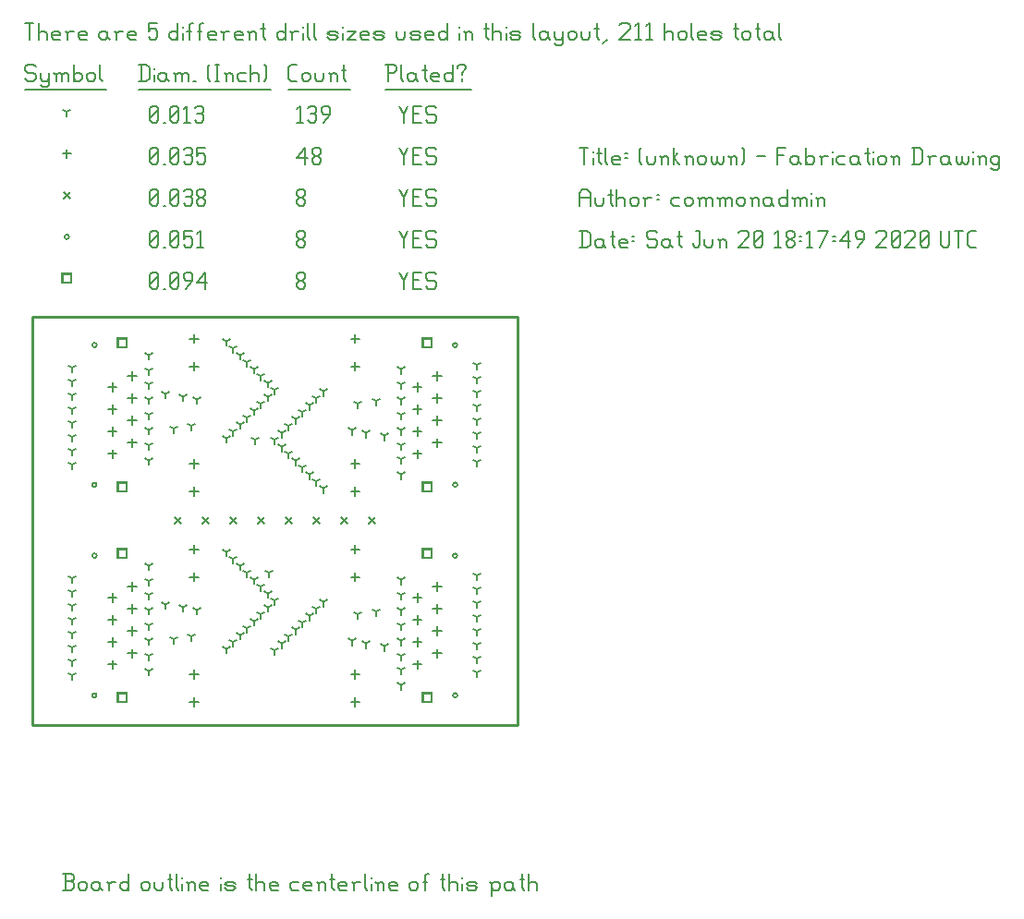
<source format=gbr>
G04 start of page 12 for group -3984 idx -3984 *
G04 Title: (unknown), fab *
G04 Creator: pcb 4.2.0 *
G04 CreationDate: Sat Jun 20 18:17:49 2020 UTC *
G04 For: commonadmin *
G04 Format: Gerber/RS-274X *
G04 PCB-Dimensions (mil): 2000.00 2000.00 *
G04 PCB-Coordinate-Origin: lower left *
%MOIN*%
%FSLAX25Y25*%
%LNFAB*%
%ADD64C,0.0100*%
%ADD63C,0.0075*%
%ADD62C,0.0060*%
%ADD61R,0.0080X0.0080*%
G54D61*X33400Y113569D02*X36600D01*
X33400D02*Y110369D01*
X36600D01*
Y113569D02*Y110369D01*
X33400Y61600D02*X36600D01*
X33400D02*Y58400D01*
X36600D01*
Y61600D02*Y58400D01*
X143400Y61600D02*X146600D01*
X143400D02*Y58400D01*
X146600D01*
Y61600D02*Y58400D01*
X143400Y113569D02*X146600D01*
X143400D02*Y110369D01*
X146600D01*
Y113569D02*Y110369D01*
X33400Y189569D02*X36600D01*
X33400D02*Y186369D01*
X36600D01*
Y189569D02*Y186369D01*
X33400Y137600D02*X36600D01*
X33400D02*Y134400D01*
X36600D01*
Y137600D02*Y134400D01*
X143400Y137600D02*X146600D01*
X143400D02*Y134400D01*
X146600D01*
Y137600D02*Y134400D01*
X143400Y189569D02*X146600D01*
X143400D02*Y186369D01*
X146600D01*
Y189569D02*Y186369D01*
X13400Y212850D02*X16600D01*
X13400D02*Y209650D01*
X16600D01*
Y212850D02*Y209650D01*
G54D62*X135000Y213500D02*X136500Y210500D01*
X138000Y213500D01*
X136500Y210500D02*Y207500D01*
X139800Y210800D02*X142050D01*
X139800Y207500D02*X142800D01*
X139800Y213500D02*Y207500D01*
Y213500D02*X142800D01*
X147600D02*X148350Y212750D01*
X145350Y213500D02*X147600D01*
X144600Y212750D02*X145350Y213500D01*
X144600Y212750D02*Y211250D01*
X145350Y210500D01*
X147600D01*
X148350Y209750D01*
Y208250D01*
X147600Y207500D02*X148350Y208250D01*
X145350Y207500D02*X147600D01*
X144600Y208250D02*X145350Y207500D01*
X98000Y208250D02*X98750Y207500D01*
X98000Y209450D02*Y208250D01*
Y209450D02*X99050Y210500D01*
X99950D01*
X101000Y209450D01*
Y208250D01*
X100250Y207500D02*X101000Y208250D01*
X98750Y207500D02*X100250D01*
X98000Y211550D02*X99050Y210500D01*
X98000Y212750D02*Y211550D01*
Y212750D02*X98750Y213500D01*
X100250D01*
X101000Y212750D01*
Y211550D01*
X99950Y210500D02*X101000Y211550D01*
X45000Y208250D02*X45750Y207500D01*
X45000Y212750D02*Y208250D01*
Y212750D02*X45750Y213500D01*
X47250D01*
X48000Y212750D01*
Y208250D01*
X47250Y207500D02*X48000Y208250D01*
X45750Y207500D02*X47250D01*
X45000Y209000D02*X48000Y212000D01*
X49800Y207500D02*X50550D01*
X52350Y208250D02*X53100Y207500D01*
X52350Y212750D02*Y208250D01*
Y212750D02*X53100Y213500D01*
X54600D01*
X55350Y212750D01*
Y208250D01*
X54600Y207500D02*X55350Y208250D01*
X53100Y207500D02*X54600D01*
X52350Y209000D02*X55350Y212000D01*
X57900Y207500D02*X60150Y210500D01*
Y212750D02*Y210500D01*
X59400Y213500D02*X60150Y212750D01*
X57900Y213500D02*X59400D01*
X57150Y212750D02*X57900Y213500D01*
X57150Y212750D02*Y211250D01*
X57900Y210500D01*
X60150D01*
X61950Y209750D02*X64950Y213500D01*
X61950Y209750D02*X65700D01*
X64950Y213500D02*Y207500D01*
X24161Y60787D02*G75*G03X25761Y60787I800J0D01*G01*
G75*G03X24161Y60787I-800J0D01*G01*
Y111181D02*G75*G03X25761Y111181I800J0D01*G01*
G75*G03X24161Y111181I-800J0D01*G01*
X154239D02*G75*G03X155839Y111181I800J0D01*G01*
G75*G03X154239Y111181I-800J0D01*G01*
Y60787D02*G75*G03X155839Y60787I800J0D01*G01*
G75*G03X154239Y60787I-800J0D01*G01*
X24161Y136787D02*G75*G03X25761Y136787I800J0D01*G01*
G75*G03X24161Y136787I-800J0D01*G01*
Y187181D02*G75*G03X25761Y187181I800J0D01*G01*
G75*G03X24161Y187181I-800J0D01*G01*
X154239D02*G75*G03X155839Y187181I800J0D01*G01*
G75*G03X154239Y187181I-800J0D01*G01*
Y136787D02*G75*G03X155839Y136787I800J0D01*G01*
G75*G03X154239Y136787I-800J0D01*G01*
X14200Y226250D02*G75*G03X15800Y226250I800J0D01*G01*
G75*G03X14200Y226250I-800J0D01*G01*
X135000Y228500D02*X136500Y225500D01*
X138000Y228500D01*
X136500Y225500D02*Y222500D01*
X139800Y225800D02*X142050D01*
X139800Y222500D02*X142800D01*
X139800Y228500D02*Y222500D01*
Y228500D02*X142800D01*
X147600D02*X148350Y227750D01*
X145350Y228500D02*X147600D01*
X144600Y227750D02*X145350Y228500D01*
X144600Y227750D02*Y226250D01*
X145350Y225500D01*
X147600D01*
X148350Y224750D01*
Y223250D01*
X147600Y222500D02*X148350Y223250D01*
X145350Y222500D02*X147600D01*
X144600Y223250D02*X145350Y222500D01*
X98000Y223250D02*X98750Y222500D01*
X98000Y224450D02*Y223250D01*
Y224450D02*X99050Y225500D01*
X99950D01*
X101000Y224450D01*
Y223250D01*
X100250Y222500D02*X101000Y223250D01*
X98750Y222500D02*X100250D01*
X98000Y226550D02*X99050Y225500D01*
X98000Y227750D02*Y226550D01*
Y227750D02*X98750Y228500D01*
X100250D01*
X101000Y227750D01*
Y226550D01*
X99950Y225500D02*X101000Y226550D01*
X45000Y223250D02*X45750Y222500D01*
X45000Y227750D02*Y223250D01*
Y227750D02*X45750Y228500D01*
X47250D01*
X48000Y227750D01*
Y223250D01*
X47250Y222500D02*X48000Y223250D01*
X45750Y222500D02*X47250D01*
X45000Y224000D02*X48000Y227000D01*
X49800Y222500D02*X50550D01*
X52350Y223250D02*X53100Y222500D01*
X52350Y227750D02*Y223250D01*
Y227750D02*X53100Y228500D01*
X54600D01*
X55350Y227750D01*
Y223250D01*
X54600Y222500D02*X55350Y223250D01*
X53100Y222500D02*X54600D01*
X52350Y224000D02*X55350Y227000D01*
X57150Y228500D02*X60150D01*
X57150D02*Y225500D01*
X57900Y226250D01*
X59400D01*
X60150Y225500D01*
Y223250D01*
X59400Y222500D02*X60150Y223250D01*
X57900Y222500D02*X59400D01*
X57150Y223250D02*X57900Y222500D01*
X61950Y227300D02*X63150Y228500D01*
Y222500D01*
X61950D02*X64200D01*
X53800Y125200D02*X56200Y122800D01*
X53800D02*X56200Y125200D01*
X63800D02*X66200Y122800D01*
X63800D02*X66200Y125200D01*
X73800D02*X76200Y122800D01*
X73800D02*X76200Y125200D01*
X83800D02*X86200Y122800D01*
X83800D02*X86200Y125200D01*
X93800D02*X96200Y122800D01*
X93800D02*X96200Y125200D01*
X103800D02*X106200Y122800D01*
X103800D02*X106200Y125200D01*
X113800D02*X116200Y122800D01*
X113800D02*X116200Y125200D01*
X123800D02*X126200Y122800D01*
X123800D02*X126200Y125200D01*
X13800Y242450D02*X16200Y240050D01*
X13800D02*X16200Y242450D01*
X135000Y243500D02*X136500Y240500D01*
X138000Y243500D01*
X136500Y240500D02*Y237500D01*
X139800Y240800D02*X142050D01*
X139800Y237500D02*X142800D01*
X139800Y243500D02*Y237500D01*
Y243500D02*X142800D01*
X147600D02*X148350Y242750D01*
X145350Y243500D02*X147600D01*
X144600Y242750D02*X145350Y243500D01*
X144600Y242750D02*Y241250D01*
X145350Y240500D01*
X147600D01*
X148350Y239750D01*
Y238250D01*
X147600Y237500D02*X148350Y238250D01*
X145350Y237500D02*X147600D01*
X144600Y238250D02*X145350Y237500D01*
X98000Y238250D02*X98750Y237500D01*
X98000Y239450D02*Y238250D01*
Y239450D02*X99050Y240500D01*
X99950D01*
X101000Y239450D01*
Y238250D01*
X100250Y237500D02*X101000Y238250D01*
X98750Y237500D02*X100250D01*
X98000Y241550D02*X99050Y240500D01*
X98000Y242750D02*Y241550D01*
Y242750D02*X98750Y243500D01*
X100250D01*
X101000Y242750D01*
Y241550D01*
X99950Y240500D02*X101000Y241550D01*
X45000Y238250D02*X45750Y237500D01*
X45000Y242750D02*Y238250D01*
Y242750D02*X45750Y243500D01*
X47250D01*
X48000Y242750D01*
Y238250D01*
X47250Y237500D02*X48000Y238250D01*
X45750Y237500D02*X47250D01*
X45000Y239000D02*X48000Y242000D01*
X49800Y237500D02*X50550D01*
X52350Y238250D02*X53100Y237500D01*
X52350Y242750D02*Y238250D01*
Y242750D02*X53100Y243500D01*
X54600D01*
X55350Y242750D01*
Y238250D01*
X54600Y237500D02*X55350Y238250D01*
X53100Y237500D02*X54600D01*
X52350Y239000D02*X55350Y242000D01*
X57150Y242750D02*X57900Y243500D01*
X59400D01*
X60150Y242750D01*
X59400Y237500D02*X60150Y238250D01*
X57900Y237500D02*X59400D01*
X57150Y238250D02*X57900Y237500D01*
Y240800D02*X59400D01*
X60150Y242750D02*Y241550D01*
Y240050D02*Y238250D01*
Y240050D02*X59400Y240800D01*
X60150Y241550D02*X59400Y240800D01*
X61950Y238250D02*X62700Y237500D01*
X61950Y239450D02*Y238250D01*
Y239450D02*X63000Y240500D01*
X63900D01*
X64950Y239450D01*
Y238250D01*
X64200Y237500D02*X64950Y238250D01*
X62700Y237500D02*X64200D01*
X61950Y241550D02*X63000Y240500D01*
X61950Y242750D02*Y241550D01*
Y242750D02*X62700Y243500D01*
X64200D01*
X64950Y242750D01*
Y241550D01*
X63900Y240500D02*X64950Y241550D01*
X60984Y105104D02*Y101904D01*
X59384Y103504D02*X62584D01*
X60984Y70065D02*Y66865D01*
X59384Y68465D02*X62584D01*
X60984Y115143D02*Y111943D01*
X59384Y113543D02*X62584D01*
X60984Y60025D02*Y56825D01*
X59384Y58425D02*X62584D01*
X38543Y101639D02*Y98439D01*
X36943Y100039D02*X40143D01*
X38543Y93608D02*Y90408D01*
X36943Y92008D02*X40143D01*
X38543Y77545D02*Y74345D01*
X36943Y75945D02*X40143D01*
X38543Y85576D02*Y82376D01*
X36943Y83976D02*X40143D01*
X31457Y73529D02*Y70329D01*
X29857Y71929D02*X33057D01*
X31457Y81561D02*Y78361D01*
X29857Y79961D02*X33057D01*
X31457Y97624D02*Y94424D01*
X29857Y96024D02*X33057D01*
X31457Y89592D02*Y86392D01*
X29857Y87992D02*X33057D01*
X119016Y70065D02*Y66865D01*
X117416Y68465D02*X120616D01*
X119016Y105104D02*Y101904D01*
X117416Y103504D02*X120616D01*
X119016Y60025D02*Y56825D01*
X117416Y58425D02*X120616D01*
X119016Y115143D02*Y111943D01*
X117416Y113543D02*X120616D01*
X141457Y73529D02*Y70329D01*
X139857Y71929D02*X143057D01*
X141457Y81561D02*Y78361D01*
X139857Y79961D02*X143057D01*
X141457Y97624D02*Y94424D01*
X139857Y96024D02*X143057D01*
X141457Y89592D02*Y86392D01*
X139857Y87992D02*X143057D01*
X148543Y101639D02*Y98439D01*
X146943Y100039D02*X150143D01*
X148543Y93608D02*Y90408D01*
X146943Y92008D02*X150143D01*
X148543Y77545D02*Y74345D01*
X146943Y75945D02*X150143D01*
X148543Y85576D02*Y82376D01*
X146943Y83976D02*X150143D01*
X60984Y181104D02*Y177904D01*
X59384Y179504D02*X62584D01*
X60984Y146065D02*Y142865D01*
X59384Y144465D02*X62584D01*
X60984Y191143D02*Y187943D01*
X59384Y189543D02*X62584D01*
X60984Y136025D02*Y132825D01*
X59384Y134425D02*X62584D01*
X38543Y177639D02*Y174439D01*
X36943Y176039D02*X40143D01*
X38543Y169608D02*Y166408D01*
X36943Y168008D02*X40143D01*
X38543Y153545D02*Y150345D01*
X36943Y151945D02*X40143D01*
X38543Y161576D02*Y158376D01*
X36943Y159976D02*X40143D01*
X31457Y149529D02*Y146329D01*
X29857Y147929D02*X33057D01*
X31457Y157561D02*Y154361D01*
X29857Y155961D02*X33057D01*
X31457Y173624D02*Y170424D01*
X29857Y172024D02*X33057D01*
X31457Y165592D02*Y162392D01*
X29857Y163992D02*X33057D01*
X119016Y146065D02*Y142865D01*
X117416Y144465D02*X120616D01*
X119016Y181104D02*Y177904D01*
X117416Y179504D02*X120616D01*
X119016Y136025D02*Y132825D01*
X117416Y134425D02*X120616D01*
X119016Y191143D02*Y187943D01*
X117416Y189543D02*X120616D01*
X141457Y149529D02*Y146329D01*
X139857Y147929D02*X143057D01*
X141457Y157561D02*Y154361D01*
X139857Y155961D02*X143057D01*
X141457Y173624D02*Y170424D01*
X139857Y172024D02*X143057D01*
X141457Y165592D02*Y162392D01*
X139857Y163992D02*X143057D01*
X148543Y177639D02*Y174439D01*
X146943Y176039D02*X150143D01*
X148543Y169608D02*Y166408D01*
X146943Y168008D02*X150143D01*
X148543Y153545D02*Y150345D01*
X146943Y151945D02*X150143D01*
X148543Y161576D02*Y158376D01*
X146943Y159976D02*X150143D01*
X15000Y257850D02*Y254650D01*
X13400Y256250D02*X16600D01*
X135000Y258500D02*X136500Y255500D01*
X138000Y258500D01*
X136500Y255500D02*Y252500D01*
X139800Y255800D02*X142050D01*
X139800Y252500D02*X142800D01*
X139800Y258500D02*Y252500D01*
Y258500D02*X142800D01*
X147600D02*X148350Y257750D01*
X145350Y258500D02*X147600D01*
X144600Y257750D02*X145350Y258500D01*
X144600Y257750D02*Y256250D01*
X145350Y255500D01*
X147600D01*
X148350Y254750D01*
Y253250D01*
X147600Y252500D02*X148350Y253250D01*
X145350Y252500D02*X147600D01*
X144600Y253250D02*X145350Y252500D01*
X98000Y254750D02*X101000Y258500D01*
X98000Y254750D02*X101750D01*
X101000Y258500D02*Y252500D01*
X103550Y253250D02*X104300Y252500D01*
X103550Y254450D02*Y253250D01*
Y254450D02*X104600Y255500D01*
X105500D01*
X106550Y254450D01*
Y253250D01*
X105800Y252500D02*X106550Y253250D01*
X104300Y252500D02*X105800D01*
X103550Y256550D02*X104600Y255500D01*
X103550Y257750D02*Y256550D01*
Y257750D02*X104300Y258500D01*
X105800D01*
X106550Y257750D01*
Y256550D01*
X105500Y255500D02*X106550Y256550D01*
X45000Y253250D02*X45750Y252500D01*
X45000Y257750D02*Y253250D01*
Y257750D02*X45750Y258500D01*
X47250D01*
X48000Y257750D01*
Y253250D01*
X47250Y252500D02*X48000Y253250D01*
X45750Y252500D02*X47250D01*
X45000Y254000D02*X48000Y257000D01*
X49800Y252500D02*X50550D01*
X52350Y253250D02*X53100Y252500D01*
X52350Y257750D02*Y253250D01*
Y257750D02*X53100Y258500D01*
X54600D01*
X55350Y257750D01*
Y253250D01*
X54600Y252500D02*X55350Y253250D01*
X53100Y252500D02*X54600D01*
X52350Y254000D02*X55350Y257000D01*
X57150Y257750D02*X57900Y258500D01*
X59400D01*
X60150Y257750D01*
X59400Y252500D02*X60150Y253250D01*
X57900Y252500D02*X59400D01*
X57150Y253250D02*X57900Y252500D01*
Y255800D02*X59400D01*
X60150Y257750D02*Y256550D01*
Y255050D02*Y253250D01*
Y255050D02*X59400Y255800D01*
X60150Y256550D02*X59400Y255800D01*
X61950Y258500D02*X64950D01*
X61950D02*Y255500D01*
X62700Y256250D01*
X64200D01*
X64950Y255500D01*
Y253250D01*
X64200Y252500D02*X64950Y253250D01*
X62700Y252500D02*X64200D01*
X61950Y253250D02*X62700Y252500D01*
X50500Y93500D02*Y91900D01*
Y93500D02*X51887Y94300D01*
X50500Y93500D02*X49113Y94300D01*
X44500Y69500D02*Y67900D01*
Y69500D02*X45887Y70300D01*
X44500Y69500D02*X43113Y70300D01*
X44500Y75000D02*Y73400D01*
Y75000D02*X45887Y75800D01*
X44500Y75000D02*X43113Y75800D01*
X44500Y80500D02*Y78900D01*
Y80500D02*X45887Y81300D01*
X44500Y80500D02*X43113Y81300D01*
X44500Y86000D02*Y84400D01*
Y86000D02*X45887Y86800D01*
X44500Y86000D02*X43113Y86800D01*
X44500Y91500D02*Y89900D01*
Y91500D02*X45887Y92300D01*
X44500Y91500D02*X43113Y92300D01*
X44500Y97000D02*Y95400D01*
Y97000D02*X45887Y97800D01*
X44500Y97000D02*X43113Y97800D01*
X44500Y102000D02*Y100400D01*
Y102000D02*X45887Y102800D01*
X44500Y102000D02*X43113Y102800D01*
X44500Y107500D02*Y105900D01*
Y107500D02*X45887Y108300D01*
X44500Y107500D02*X43113Y108300D01*
X57000Y92500D02*Y90900D01*
Y92500D02*X58387Y93300D01*
X57000Y92500D02*X55613Y93300D01*
X53500Y81000D02*Y79400D01*
Y81000D02*X54887Y81800D01*
X53500Y81000D02*X52113Y81800D01*
X60000Y82000D02*Y80400D01*
Y82000D02*X61387Y82800D01*
X60000Y82000D02*X58613Y82800D01*
X90000Y95000D02*Y93400D01*
Y95000D02*X91387Y95800D01*
X90000Y95000D02*X88613Y95800D01*
X87500Y92500D02*Y90900D01*
Y92500D02*X88887Y93300D01*
X87500Y92500D02*X86113Y93300D01*
X85000Y90000D02*Y88400D01*
Y90000D02*X86387Y90800D01*
X85000Y90000D02*X83613Y90800D01*
X82500Y87500D02*Y85900D01*
Y87500D02*X83887Y88300D01*
X82500Y87500D02*X81113Y88300D01*
X80000Y85000D02*Y83400D01*
Y85000D02*X81387Y85800D01*
X80000Y85000D02*X78613Y85800D01*
X77500Y82500D02*Y80900D01*
Y82500D02*X78887Y83300D01*
X77500Y82500D02*X76113Y83300D01*
X75000Y80000D02*Y78400D01*
Y80000D02*X76387Y80800D01*
X75000Y80000D02*X73613Y80800D01*
X62000Y91500D02*Y89900D01*
Y91500D02*X63387Y92300D01*
X62000Y91500D02*X60613Y92300D01*
X72500Y77500D02*Y75900D01*
Y77500D02*X73887Y78300D01*
X72500Y77500D02*X71113Y78300D01*
X87500Y97500D02*Y95900D01*
Y97500D02*X88887Y98300D01*
X87500Y97500D02*X86113Y98300D01*
X85000Y100000D02*Y98400D01*
Y100000D02*X86387Y100800D01*
X85000Y100000D02*X83613Y100800D01*
X82500Y102500D02*Y100900D01*
Y102500D02*X83887Y103300D01*
X82500Y102500D02*X81113Y103300D01*
X80000Y105000D02*Y103400D01*
Y105000D02*X81387Y105800D01*
X80000Y105000D02*X78613Y105800D01*
X77500Y107500D02*Y105900D01*
Y107500D02*X78887Y108300D01*
X77500Y107500D02*X76113Y108300D01*
X75000Y110000D02*Y108400D01*
Y110000D02*X76387Y110800D01*
X75000Y110000D02*X73613Y110800D01*
X72500Y112500D02*Y110900D01*
Y112500D02*X73887Y113300D01*
X72500Y112500D02*X71113Y113300D01*
X17000Y68000D02*Y66400D01*
Y68000D02*X18387Y68800D01*
X17000Y68000D02*X15613Y68800D01*
X17000Y73000D02*Y71400D01*
Y73000D02*X18387Y73800D01*
X17000Y73000D02*X15613Y73800D01*
X17000Y78000D02*Y76400D01*
Y78000D02*X18387Y78800D01*
X17000Y78000D02*X15613Y78800D01*
X17000Y83000D02*Y81400D01*
Y83000D02*X18387Y83800D01*
X17000Y83000D02*X15613Y83800D01*
X17000Y88000D02*Y86400D01*
Y88000D02*X18387Y88800D01*
X17000Y88000D02*X15613Y88800D01*
X17000Y93000D02*Y91400D01*
Y93000D02*X18387Y93800D01*
X17000Y93000D02*X15613Y93800D01*
X17000Y98000D02*Y96400D01*
Y98000D02*X18387Y98800D01*
X17000Y98000D02*X15613Y98800D01*
X17000Y103000D02*Y101400D01*
Y103000D02*X18387Y103800D01*
X17000Y103000D02*X15613Y103800D01*
X129500Y78469D02*Y76869D01*
Y78469D02*X130887Y79269D01*
X129500Y78469D02*X128113Y79269D01*
X135500Y102469D02*Y100869D01*
Y102469D02*X136887Y103269D01*
X135500Y102469D02*X134113Y103269D01*
X135500Y96969D02*Y95369D01*
Y96969D02*X136887Y97769D01*
X135500Y96969D02*X134113Y97769D01*
X135500Y91469D02*Y89869D01*
Y91469D02*X136887Y92269D01*
X135500Y91469D02*X134113Y92269D01*
X135500Y85969D02*Y84369D01*
Y85969D02*X136887Y86769D01*
X135500Y85969D02*X134113Y86769D01*
X135500Y80469D02*Y78869D01*
Y80469D02*X136887Y81269D01*
X135500Y80469D02*X134113Y81269D01*
X135500Y74969D02*Y73369D01*
Y74969D02*X136887Y75769D01*
X135500Y74969D02*X134113Y75769D01*
X135500Y69969D02*Y68369D01*
Y69969D02*X136887Y70769D01*
X135500Y69969D02*X134113Y70769D01*
X135500Y64469D02*Y62869D01*
Y64469D02*X136887Y65269D01*
X135500Y64469D02*X134113Y65269D01*
X123000Y79469D02*Y77869D01*
Y79469D02*X124387Y80269D01*
X123000Y79469D02*X121613Y80269D01*
X126500Y90969D02*Y89369D01*
Y90969D02*X127887Y91769D01*
X126500Y90969D02*X125113Y91769D01*
X120000Y89969D02*Y88369D01*
Y89969D02*X121387Y90769D01*
X120000Y89969D02*X118613Y90769D01*
X90000Y76969D02*Y75369D01*
Y76969D02*X91387Y77769D01*
X90000Y76969D02*X88613Y77769D01*
X92500Y79469D02*Y77869D01*
Y79469D02*X93887Y80269D01*
X92500Y79469D02*X91113Y80269D01*
X95000Y81969D02*Y80369D01*
Y81969D02*X96387Y82769D01*
X95000Y81969D02*X93613Y82769D01*
X97500Y84469D02*Y82869D01*
Y84469D02*X98887Y85269D01*
X97500Y84469D02*X96113Y85269D01*
X100000Y86969D02*Y85369D01*
Y86969D02*X101387Y87769D01*
X100000Y86969D02*X98613Y87769D01*
X102500Y89469D02*Y87869D01*
Y89469D02*X103887Y90269D01*
X102500Y89469D02*X101113Y90269D01*
X105000Y91969D02*Y90369D01*
Y91969D02*X106387Y92769D01*
X105000Y91969D02*X103613Y92769D01*
X118000Y80469D02*Y78869D01*
Y80469D02*X119387Y81269D01*
X118000Y80469D02*X116613Y81269D01*
X107500Y94469D02*Y92869D01*
Y94469D02*X108887Y95269D01*
X107500Y94469D02*X106113Y95269D01*
X163000Y103969D02*Y102369D01*
Y103969D02*X164387Y104769D01*
X163000Y103969D02*X161613Y104769D01*
X163000Y98969D02*Y97369D01*
Y98969D02*X164387Y99769D01*
X163000Y98969D02*X161613Y99769D01*
X163000Y93969D02*Y92369D01*
Y93969D02*X164387Y94769D01*
X163000Y93969D02*X161613Y94769D01*
X163000Y88969D02*Y87369D01*
Y88969D02*X164387Y89769D01*
X163000Y88969D02*X161613Y89769D01*
X163000Y83969D02*Y82369D01*
Y83969D02*X164387Y84769D01*
X163000Y83969D02*X161613Y84769D01*
X163000Y78969D02*Y77369D01*
Y78969D02*X164387Y79769D01*
X163000Y78969D02*X161613Y79769D01*
X163000Y73969D02*Y72369D01*
Y73969D02*X164387Y74769D01*
X163000Y73969D02*X161613Y74769D01*
X163000Y68969D02*Y67369D01*
Y68969D02*X164387Y69769D01*
X163000Y68969D02*X161613Y69769D01*
X50500Y169500D02*Y167900D01*
Y169500D02*X51887Y170300D01*
X50500Y169500D02*X49113Y170300D01*
X44500Y145500D02*Y143900D01*
Y145500D02*X45887Y146300D01*
X44500Y145500D02*X43113Y146300D01*
X44500Y151000D02*Y149400D01*
Y151000D02*X45887Y151800D01*
X44500Y151000D02*X43113Y151800D01*
X44500Y156500D02*Y154900D01*
Y156500D02*X45887Y157300D01*
X44500Y156500D02*X43113Y157300D01*
X44500Y162000D02*Y160400D01*
Y162000D02*X45887Y162800D01*
X44500Y162000D02*X43113Y162800D01*
X44500Y167500D02*Y165900D01*
Y167500D02*X45887Y168300D01*
X44500Y167500D02*X43113Y168300D01*
X44500Y173000D02*Y171400D01*
Y173000D02*X45887Y173800D01*
X44500Y173000D02*X43113Y173800D01*
X44500Y178000D02*Y176400D01*
Y178000D02*X45887Y178800D01*
X44500Y178000D02*X43113Y178800D01*
X44500Y183500D02*Y181900D01*
Y183500D02*X45887Y184300D01*
X44500Y183500D02*X43113Y184300D01*
X57000Y168500D02*Y166900D01*
Y168500D02*X58387Y169300D01*
X57000Y168500D02*X55613Y169300D01*
X53500Y157000D02*Y155400D01*
Y157000D02*X54887Y157800D01*
X53500Y157000D02*X52113Y157800D01*
X60000Y158000D02*Y156400D01*
Y158000D02*X61387Y158800D01*
X60000Y158000D02*X58613Y158800D01*
X90000Y171000D02*Y169400D01*
Y171000D02*X91387Y171800D01*
X90000Y171000D02*X88613Y171800D01*
X87500Y168500D02*Y166900D01*
Y168500D02*X88887Y169300D01*
X87500Y168500D02*X86113Y169300D01*
X85000Y166000D02*Y164400D01*
Y166000D02*X86387Y166800D01*
X85000Y166000D02*X83613Y166800D01*
X82500Y163500D02*Y161900D01*
Y163500D02*X83887Y164300D01*
X82500Y163500D02*X81113Y164300D01*
X80000Y161000D02*Y159400D01*
Y161000D02*X81387Y161800D01*
X80000Y161000D02*X78613Y161800D01*
X77500Y158500D02*Y156900D01*
Y158500D02*X78887Y159300D01*
X77500Y158500D02*X76113Y159300D01*
X75000Y156000D02*Y154400D01*
Y156000D02*X76387Y156800D01*
X75000Y156000D02*X73613Y156800D01*
X62000Y167500D02*Y165900D01*
Y167500D02*X63387Y168300D01*
X62000Y167500D02*X60613Y168300D01*
X72500Y153500D02*Y151900D01*
Y153500D02*X73887Y154300D01*
X72500Y153500D02*X71113Y154300D01*
X87500Y173500D02*Y171900D01*
Y173500D02*X88887Y174300D01*
X87500Y173500D02*X86113Y174300D01*
X85000Y176000D02*Y174400D01*
Y176000D02*X86387Y176800D01*
X85000Y176000D02*X83613Y176800D01*
X82500Y178500D02*Y176900D01*
Y178500D02*X83887Y179300D01*
X82500Y178500D02*X81113Y179300D01*
X80000Y181000D02*Y179400D01*
Y181000D02*X81387Y181800D01*
X80000Y181000D02*X78613Y181800D01*
X77500Y183500D02*Y181900D01*
Y183500D02*X78887Y184300D01*
X77500Y183500D02*X76113Y184300D01*
X75000Y186000D02*Y184400D01*
Y186000D02*X76387Y186800D01*
X75000Y186000D02*X73613Y186800D01*
X72500Y188500D02*Y186900D01*
Y188500D02*X73887Y189300D01*
X72500Y188500D02*X71113Y189300D01*
X17000Y144000D02*Y142400D01*
Y144000D02*X18387Y144800D01*
X17000Y144000D02*X15613Y144800D01*
X17000Y149000D02*Y147400D01*
Y149000D02*X18387Y149800D01*
X17000Y149000D02*X15613Y149800D01*
X17000Y154000D02*Y152400D01*
Y154000D02*X18387Y154800D01*
X17000Y154000D02*X15613Y154800D01*
X17000Y159000D02*Y157400D01*
Y159000D02*X18387Y159800D01*
X17000Y159000D02*X15613Y159800D01*
X17000Y164000D02*Y162400D01*
Y164000D02*X18387Y164800D01*
X17000Y164000D02*X15613Y164800D01*
X17000Y169000D02*Y167400D01*
Y169000D02*X18387Y169800D01*
X17000Y169000D02*X15613Y169800D01*
X17000Y174000D02*Y172400D01*
Y174000D02*X18387Y174800D01*
X17000Y174000D02*X15613Y174800D01*
X17000Y179000D02*Y177400D01*
Y179000D02*X18387Y179800D01*
X17000Y179000D02*X15613Y179800D01*
X129500Y154469D02*Y152869D01*
Y154469D02*X130887Y155269D01*
X129500Y154469D02*X128113Y155269D01*
X135500Y178469D02*Y176869D01*
Y178469D02*X136887Y179269D01*
X135500Y178469D02*X134113Y179269D01*
X135500Y172969D02*Y171369D01*
Y172969D02*X136887Y173769D01*
X135500Y172969D02*X134113Y173769D01*
X135500Y167469D02*Y165869D01*
Y167469D02*X136887Y168269D01*
X135500Y167469D02*X134113Y168269D01*
X135500Y161969D02*Y160369D01*
Y161969D02*X136887Y162769D01*
X135500Y161969D02*X134113Y162769D01*
X135500Y156469D02*Y154869D01*
Y156469D02*X136887Y157269D01*
X135500Y156469D02*X134113Y157269D01*
X135500Y150969D02*Y149369D01*
Y150969D02*X136887Y151769D01*
X135500Y150969D02*X134113Y151769D01*
X135500Y145969D02*Y144369D01*
Y145969D02*X136887Y146769D01*
X135500Y145969D02*X134113Y146769D01*
X135500Y140469D02*Y138869D01*
Y140469D02*X136887Y141269D01*
X135500Y140469D02*X134113Y141269D01*
X123000Y155469D02*Y153869D01*
Y155469D02*X124387Y156269D01*
X123000Y155469D02*X121613Y156269D01*
X126500Y166969D02*Y165369D01*
Y166969D02*X127887Y167769D01*
X126500Y166969D02*X125113Y167769D01*
X120000Y165969D02*Y164369D01*
Y165969D02*X121387Y166769D01*
X120000Y165969D02*X118613Y166769D01*
X90000Y152969D02*Y151369D01*
Y152969D02*X91387Y153769D01*
X90000Y152969D02*X88613Y153769D01*
X92500Y155469D02*Y153869D01*
Y155469D02*X93887Y156269D01*
X92500Y155469D02*X91113Y156269D01*
X95000Y157969D02*Y156369D01*
Y157969D02*X96387Y158769D01*
X95000Y157969D02*X93613Y158769D01*
X97500Y160469D02*Y158869D01*
Y160469D02*X98887Y161269D01*
X97500Y160469D02*X96113Y161269D01*
X100000Y162969D02*Y161369D01*
Y162969D02*X101387Y163769D01*
X100000Y162969D02*X98613Y163769D01*
X102500Y165469D02*Y163869D01*
Y165469D02*X103887Y166269D01*
X102500Y165469D02*X101113Y166269D01*
X105000Y167969D02*Y166369D01*
Y167969D02*X106387Y168769D01*
X105000Y167969D02*X103613Y168769D01*
X118000Y156469D02*Y154869D01*
Y156469D02*X119387Y157269D01*
X118000Y156469D02*X116613Y157269D01*
X107500Y170469D02*Y168869D01*
Y170469D02*X108887Y171269D01*
X107500Y170469D02*X106113Y171269D01*
X92500Y150469D02*Y148869D01*
Y150469D02*X93887Y151269D01*
X92500Y150469D02*X91113Y151269D01*
X95000Y147969D02*Y146369D01*
Y147969D02*X96387Y148769D01*
X95000Y147969D02*X93613Y148769D01*
X97500Y145469D02*Y143869D01*
Y145469D02*X98887Y146269D01*
X97500Y145469D02*X96113Y146269D01*
X100000Y142969D02*Y141369D01*
Y142969D02*X101387Y143769D01*
X100000Y142969D02*X98613Y143769D01*
X102500Y140469D02*Y138869D01*
Y140469D02*X103887Y141269D01*
X102500Y140469D02*X101113Y141269D01*
X105000Y137969D02*Y136369D01*
Y137969D02*X106387Y138769D01*
X105000Y137969D02*X103613Y138769D01*
X107500Y135469D02*Y133869D01*
Y135469D02*X108887Y136269D01*
X107500Y135469D02*X106113Y136269D01*
X163000Y179969D02*Y178369D01*
Y179969D02*X164387Y180769D01*
X163000Y179969D02*X161613Y180769D01*
X163000Y174969D02*Y173369D01*
Y174969D02*X164387Y175769D01*
X163000Y174969D02*X161613Y175769D01*
X163000Y169969D02*Y168369D01*
Y169969D02*X164387Y170769D01*
X163000Y169969D02*X161613Y170769D01*
X163000Y164969D02*Y163369D01*
Y164969D02*X164387Y165769D01*
X163000Y164969D02*X161613Y165769D01*
X163000Y159969D02*Y158369D01*
Y159969D02*X164387Y160769D01*
X163000Y159969D02*X161613Y160769D01*
X163000Y154969D02*Y153369D01*
Y154969D02*X164387Y155769D01*
X163000Y154969D02*X161613Y155769D01*
X163000Y149969D02*Y148369D01*
Y149969D02*X164387Y150769D01*
X163000Y149969D02*X161613Y150769D01*
X163000Y144969D02*Y143369D01*
Y144969D02*X164387Y145769D01*
X163000Y144969D02*X161613Y145769D01*
X88000Y105000D02*Y103400D01*
Y105000D02*X89387Y105800D01*
X88000Y105000D02*X86613Y105800D01*
X83000Y153000D02*Y151400D01*
Y153000D02*X84387Y153800D01*
X83000Y153000D02*X81613Y153800D01*
X15000Y271250D02*Y269650D01*
Y271250D02*X16387Y272050D01*
X15000Y271250D02*X13613Y272050D01*
X135000Y273500D02*X136500Y270500D01*
X138000Y273500D01*
X136500Y270500D02*Y267500D01*
X139800Y270800D02*X142050D01*
X139800Y267500D02*X142800D01*
X139800Y273500D02*Y267500D01*
Y273500D02*X142800D01*
X147600D02*X148350Y272750D01*
X145350Y273500D02*X147600D01*
X144600Y272750D02*X145350Y273500D01*
X144600Y272750D02*Y271250D01*
X145350Y270500D01*
X147600D01*
X148350Y269750D01*
Y268250D01*
X147600Y267500D02*X148350Y268250D01*
X145350Y267500D02*X147600D01*
X144600Y268250D02*X145350Y267500D01*
X98000Y272300D02*X99200Y273500D01*
Y267500D01*
X98000D02*X100250D01*
X102050Y272750D02*X102800Y273500D01*
X104300D01*
X105050Y272750D01*
X104300Y267500D02*X105050Y268250D01*
X102800Y267500D02*X104300D01*
X102050Y268250D02*X102800Y267500D01*
Y270800D02*X104300D01*
X105050Y272750D02*Y271550D01*
Y270050D02*Y268250D01*
Y270050D02*X104300Y270800D01*
X105050Y271550D02*X104300Y270800D01*
X107600Y267500D02*X109850Y270500D01*
Y272750D02*Y270500D01*
X109100Y273500D02*X109850Y272750D01*
X107600Y273500D02*X109100D01*
X106850Y272750D02*X107600Y273500D01*
X106850Y272750D02*Y271250D01*
X107600Y270500D01*
X109850D01*
X45000Y268250D02*X45750Y267500D01*
X45000Y272750D02*Y268250D01*
Y272750D02*X45750Y273500D01*
X47250D01*
X48000Y272750D01*
Y268250D01*
X47250Y267500D02*X48000Y268250D01*
X45750Y267500D02*X47250D01*
X45000Y269000D02*X48000Y272000D01*
X49800Y267500D02*X50550D01*
X52350Y268250D02*X53100Y267500D01*
X52350Y272750D02*Y268250D01*
Y272750D02*X53100Y273500D01*
X54600D01*
X55350Y272750D01*
Y268250D01*
X54600Y267500D02*X55350Y268250D01*
X53100Y267500D02*X54600D01*
X52350Y269000D02*X55350Y272000D01*
X57150Y272300D02*X58350Y273500D01*
Y267500D01*
X57150D02*X59400D01*
X61200Y272750D02*X61950Y273500D01*
X63450D01*
X64200Y272750D01*
X63450Y267500D02*X64200Y268250D01*
X61950Y267500D02*X63450D01*
X61200Y268250D02*X61950Y267500D01*
Y270800D02*X63450D01*
X64200Y272750D02*Y271550D01*
Y270050D02*Y268250D01*
Y270050D02*X63450Y270800D01*
X64200Y271550D02*X63450Y270800D01*
X3000Y288500D02*X3750Y287750D01*
X750Y288500D02*X3000D01*
X0Y287750D02*X750Y288500D01*
X0Y287750D02*Y286250D01*
X750Y285500D01*
X3000D01*
X3750Y284750D01*
Y283250D01*
X3000Y282500D02*X3750Y283250D01*
X750Y282500D02*X3000D01*
X0Y283250D02*X750Y282500D01*
X5550Y285500D02*Y283250D01*
X6300Y282500D01*
X8550Y285500D02*Y281000D01*
X7800Y280250D02*X8550Y281000D01*
X6300Y280250D02*X7800D01*
X5550Y281000D02*X6300Y280250D01*
Y282500D02*X7800D01*
X8550Y283250D01*
X11100Y284750D02*Y282500D01*
Y284750D02*X11850Y285500D01*
X12600D01*
X13350Y284750D01*
Y282500D01*
Y284750D02*X14100Y285500D01*
X14850D01*
X15600Y284750D01*
Y282500D01*
X10350Y285500D02*X11100Y284750D01*
X17400Y288500D02*Y282500D01*
Y283250D02*X18150Y282500D01*
X19650D01*
X20400Y283250D01*
Y284750D02*Y283250D01*
X19650Y285500D02*X20400Y284750D01*
X18150Y285500D02*X19650D01*
X17400Y284750D02*X18150Y285500D01*
X22200Y284750D02*Y283250D01*
Y284750D02*X22950Y285500D01*
X24450D01*
X25200Y284750D01*
Y283250D01*
X24450Y282500D02*X25200Y283250D01*
X22950Y282500D02*X24450D01*
X22200Y283250D02*X22950Y282500D01*
X27000Y288500D02*Y283250D01*
X27750Y282500D01*
X0Y279250D02*X29250D01*
X41750Y288500D02*Y282500D01*
X43700Y288500D02*X44750Y287450D01*
Y283550D01*
X43700Y282500D02*X44750Y283550D01*
X41000Y282500D02*X43700D01*
X41000Y288500D02*X43700D01*
G54D63*X46550Y287000D02*Y286850D01*
G54D62*Y284750D02*Y282500D01*
X50300Y285500D02*X51050Y284750D01*
X48800Y285500D02*X50300D01*
X48050Y284750D02*X48800Y285500D01*
X48050Y284750D02*Y283250D01*
X48800Y282500D01*
X51050Y285500D02*Y283250D01*
X51800Y282500D01*
X48800D02*X50300D01*
X51050Y283250D01*
X54350Y284750D02*Y282500D01*
Y284750D02*X55100Y285500D01*
X55850D01*
X56600Y284750D01*
Y282500D01*
Y284750D02*X57350Y285500D01*
X58100D01*
X58850Y284750D01*
Y282500D01*
X53600Y285500D02*X54350Y284750D01*
X60650Y282500D02*X61400D01*
X65900Y283250D02*X66650Y282500D01*
X65900Y287750D02*X66650Y288500D01*
X65900Y287750D02*Y283250D01*
X68450Y288500D02*X69950D01*
X69200D02*Y282500D01*
X68450D02*X69950D01*
X72500Y284750D02*Y282500D01*
Y284750D02*X73250Y285500D01*
X74000D01*
X74750Y284750D01*
Y282500D01*
X71750Y285500D02*X72500Y284750D01*
X77300Y285500D02*X79550D01*
X76550Y284750D02*X77300Y285500D01*
X76550Y284750D02*Y283250D01*
X77300Y282500D01*
X79550D01*
X81350Y288500D02*Y282500D01*
Y284750D02*X82100Y285500D01*
X83600D01*
X84350Y284750D01*
Y282500D01*
X86150Y288500D02*X86900Y287750D01*
Y283250D01*
X86150Y282500D02*X86900Y283250D01*
X41000Y279250D02*X88700D01*
X96050Y282500D02*X98000D01*
X95000Y283550D02*X96050Y282500D01*
X95000Y287450D02*Y283550D01*
Y287450D02*X96050Y288500D01*
X98000D01*
X99800Y284750D02*Y283250D01*
Y284750D02*X100550Y285500D01*
X102050D01*
X102800Y284750D01*
Y283250D01*
X102050Y282500D02*X102800Y283250D01*
X100550Y282500D02*X102050D01*
X99800Y283250D02*X100550Y282500D01*
X104600Y285500D02*Y283250D01*
X105350Y282500D01*
X106850D01*
X107600Y283250D01*
Y285500D02*Y283250D01*
X110150Y284750D02*Y282500D01*
Y284750D02*X110900Y285500D01*
X111650D01*
X112400Y284750D01*
Y282500D01*
X109400Y285500D02*X110150Y284750D01*
X114950Y288500D02*Y283250D01*
X115700Y282500D01*
X114200Y286250D02*X115700D01*
X95000Y279250D02*X117200D01*
X130750Y288500D02*Y282500D01*
X130000Y288500D02*X133000D01*
X133750Y287750D01*
Y286250D01*
X133000Y285500D02*X133750Y286250D01*
X130750Y285500D02*X133000D01*
X135550Y288500D02*Y283250D01*
X136300Y282500D01*
X140050Y285500D02*X140800Y284750D01*
X138550Y285500D02*X140050D01*
X137800Y284750D02*X138550Y285500D01*
X137800Y284750D02*Y283250D01*
X138550Y282500D01*
X140800Y285500D02*Y283250D01*
X141550Y282500D01*
X138550D02*X140050D01*
X140800Y283250D01*
X144100Y288500D02*Y283250D01*
X144850Y282500D01*
X143350Y286250D02*X144850D01*
X147100Y282500D02*X149350D01*
X146350Y283250D02*X147100Y282500D01*
X146350Y284750D02*Y283250D01*
Y284750D02*X147100Y285500D01*
X148600D01*
X149350Y284750D01*
X146350Y284000D02*X149350D01*
Y284750D02*Y284000D01*
X154150Y288500D02*Y282500D01*
X153400D02*X154150Y283250D01*
X151900Y282500D02*X153400D01*
X151150Y283250D02*X151900Y282500D01*
X151150Y284750D02*Y283250D01*
Y284750D02*X151900Y285500D01*
X153400D01*
X154150Y284750D01*
X157450Y285500D02*Y284750D01*
Y283250D02*Y282500D01*
X155950Y287750D02*Y287000D01*
Y287750D02*X156700Y288500D01*
X158200D01*
X158950Y287750D01*
Y287000D01*
X157450Y285500D02*X158950Y287000D01*
X130000Y279250D02*X160750D01*
X0Y303500D02*X3000D01*
X1500D02*Y297500D01*
X4800Y303500D02*Y297500D01*
Y299750D02*X5550Y300500D01*
X7050D01*
X7800Y299750D01*
Y297500D01*
X10350D02*X12600D01*
X9600Y298250D02*X10350Y297500D01*
X9600Y299750D02*Y298250D01*
Y299750D02*X10350Y300500D01*
X11850D01*
X12600Y299750D01*
X9600Y299000D02*X12600D01*
Y299750D02*Y299000D01*
X15150Y299750D02*Y297500D01*
Y299750D02*X15900Y300500D01*
X17400D01*
X14400D02*X15150Y299750D01*
X19950Y297500D02*X22200D01*
X19200Y298250D02*X19950Y297500D01*
X19200Y299750D02*Y298250D01*
Y299750D02*X19950Y300500D01*
X21450D01*
X22200Y299750D01*
X19200Y299000D02*X22200D01*
Y299750D02*Y299000D01*
X28950Y300500D02*X29700Y299750D01*
X27450Y300500D02*X28950D01*
X26700Y299750D02*X27450Y300500D01*
X26700Y299750D02*Y298250D01*
X27450Y297500D01*
X29700Y300500D02*Y298250D01*
X30450Y297500D01*
X27450D02*X28950D01*
X29700Y298250D01*
X33000Y299750D02*Y297500D01*
Y299750D02*X33750Y300500D01*
X35250D01*
X32250D02*X33000Y299750D01*
X37800Y297500D02*X40050D01*
X37050Y298250D02*X37800Y297500D01*
X37050Y299750D02*Y298250D01*
Y299750D02*X37800Y300500D01*
X39300D01*
X40050Y299750D01*
X37050Y299000D02*X40050D01*
Y299750D02*Y299000D01*
X44550Y303500D02*X47550D01*
X44550D02*Y300500D01*
X45300Y301250D01*
X46800D01*
X47550Y300500D01*
Y298250D01*
X46800Y297500D02*X47550Y298250D01*
X45300Y297500D02*X46800D01*
X44550Y298250D02*X45300Y297500D01*
X55050Y303500D02*Y297500D01*
X54300D02*X55050Y298250D01*
X52800Y297500D02*X54300D01*
X52050Y298250D02*X52800Y297500D01*
X52050Y299750D02*Y298250D01*
Y299750D02*X52800Y300500D01*
X54300D01*
X55050Y299750D01*
G54D63*X56850Y302000D02*Y301850D01*
G54D62*Y299750D02*Y297500D01*
X59100Y302750D02*Y297500D01*
Y302750D02*X59850Y303500D01*
X60600D01*
X58350Y300500D02*X59850D01*
X62850Y302750D02*Y297500D01*
Y302750D02*X63600Y303500D01*
X64350D01*
X62100Y300500D02*X63600D01*
X66600Y297500D02*X68850D01*
X65850Y298250D02*X66600Y297500D01*
X65850Y299750D02*Y298250D01*
Y299750D02*X66600Y300500D01*
X68100D01*
X68850Y299750D01*
X65850Y299000D02*X68850D01*
Y299750D02*Y299000D01*
X71400Y299750D02*Y297500D01*
Y299750D02*X72150Y300500D01*
X73650D01*
X70650D02*X71400Y299750D01*
X76200Y297500D02*X78450D01*
X75450Y298250D02*X76200Y297500D01*
X75450Y299750D02*Y298250D01*
Y299750D02*X76200Y300500D01*
X77700D01*
X78450Y299750D01*
X75450Y299000D02*X78450D01*
Y299750D02*Y299000D01*
X81000Y299750D02*Y297500D01*
Y299750D02*X81750Y300500D01*
X82500D01*
X83250Y299750D01*
Y297500D01*
X80250Y300500D02*X81000Y299750D01*
X85800Y303500D02*Y298250D01*
X86550Y297500D01*
X85050Y301250D02*X86550D01*
X93750Y303500D02*Y297500D01*
X93000D02*X93750Y298250D01*
X91500Y297500D02*X93000D01*
X90750Y298250D02*X91500Y297500D01*
X90750Y299750D02*Y298250D01*
Y299750D02*X91500Y300500D01*
X93000D01*
X93750Y299750D01*
X96300D02*Y297500D01*
Y299750D02*X97050Y300500D01*
X98550D01*
X95550D02*X96300Y299750D01*
G54D63*X100350Y302000D02*Y301850D01*
G54D62*Y299750D02*Y297500D01*
X101850Y303500D02*Y298250D01*
X102600Y297500D01*
X104100Y303500D02*Y298250D01*
X104850Y297500D01*
X109800D02*X112050D01*
X112800Y298250D01*
X112050Y299000D02*X112800Y298250D01*
X109800Y299000D02*X112050D01*
X109050Y299750D02*X109800Y299000D01*
X109050Y299750D02*X109800Y300500D01*
X112050D01*
X112800Y299750D01*
X109050Y298250D02*X109800Y297500D01*
G54D63*X114600Y302000D02*Y301850D01*
G54D62*Y299750D02*Y297500D01*
X116100Y300500D02*X119100D01*
X116100Y297500D02*X119100Y300500D01*
X116100Y297500D02*X119100D01*
X121650D02*X123900D01*
X120900Y298250D02*X121650Y297500D01*
X120900Y299750D02*Y298250D01*
Y299750D02*X121650Y300500D01*
X123150D01*
X123900Y299750D01*
X120900Y299000D02*X123900D01*
Y299750D02*Y299000D01*
X126450Y297500D02*X128700D01*
X129450Y298250D01*
X128700Y299000D02*X129450Y298250D01*
X126450Y299000D02*X128700D01*
X125700Y299750D02*X126450Y299000D01*
X125700Y299750D02*X126450Y300500D01*
X128700D01*
X129450Y299750D01*
X125700Y298250D02*X126450Y297500D01*
X133950Y300500D02*Y298250D01*
X134700Y297500D01*
X136200D01*
X136950Y298250D01*
Y300500D02*Y298250D01*
X139500Y297500D02*X141750D01*
X142500Y298250D01*
X141750Y299000D02*X142500Y298250D01*
X139500Y299000D02*X141750D01*
X138750Y299750D02*X139500Y299000D01*
X138750Y299750D02*X139500Y300500D01*
X141750D01*
X142500Y299750D01*
X138750Y298250D02*X139500Y297500D01*
X145050D02*X147300D01*
X144300Y298250D02*X145050Y297500D01*
X144300Y299750D02*Y298250D01*
Y299750D02*X145050Y300500D01*
X146550D01*
X147300Y299750D01*
X144300Y299000D02*X147300D01*
Y299750D02*Y299000D01*
X152100Y303500D02*Y297500D01*
X151350D02*X152100Y298250D01*
X149850Y297500D02*X151350D01*
X149100Y298250D02*X149850Y297500D01*
X149100Y299750D02*Y298250D01*
Y299750D02*X149850Y300500D01*
X151350D01*
X152100Y299750D01*
G54D63*X156600Y302000D02*Y301850D01*
G54D62*Y299750D02*Y297500D01*
X158850Y299750D02*Y297500D01*
Y299750D02*X159600Y300500D01*
X160350D01*
X161100Y299750D01*
Y297500D01*
X158100Y300500D02*X158850Y299750D01*
X166350Y303500D02*Y298250D01*
X167100Y297500D01*
X165600Y301250D02*X167100D01*
X168600Y303500D02*Y297500D01*
Y299750D02*X169350Y300500D01*
X170850D01*
X171600Y299750D01*
Y297500D01*
G54D63*X173400Y302000D02*Y301850D01*
G54D62*Y299750D02*Y297500D01*
X175650D02*X177900D01*
X178650Y298250D01*
X177900Y299000D02*X178650Y298250D01*
X175650Y299000D02*X177900D01*
X174900Y299750D02*X175650Y299000D01*
X174900Y299750D02*X175650Y300500D01*
X177900D01*
X178650Y299750D01*
X174900Y298250D02*X175650Y297500D01*
X183150Y303500D02*Y298250D01*
X183900Y297500D01*
X187650Y300500D02*X188400Y299750D01*
X186150Y300500D02*X187650D01*
X185400Y299750D02*X186150Y300500D01*
X185400Y299750D02*Y298250D01*
X186150Y297500D01*
X188400Y300500D02*Y298250D01*
X189150Y297500D01*
X186150D02*X187650D01*
X188400Y298250D01*
X190950Y300500D02*Y298250D01*
X191700Y297500D01*
X193950Y300500D02*Y296000D01*
X193200Y295250D02*X193950Y296000D01*
X191700Y295250D02*X193200D01*
X190950Y296000D02*X191700Y295250D01*
Y297500D02*X193200D01*
X193950Y298250D01*
X195750Y299750D02*Y298250D01*
Y299750D02*X196500Y300500D01*
X198000D01*
X198750Y299750D01*
Y298250D01*
X198000Y297500D02*X198750Y298250D01*
X196500Y297500D02*X198000D01*
X195750Y298250D02*X196500Y297500D01*
X200550Y300500D02*Y298250D01*
X201300Y297500D01*
X202800D01*
X203550Y298250D01*
Y300500D02*Y298250D01*
X206100Y303500D02*Y298250D01*
X206850Y297500D01*
X205350Y301250D02*X206850D01*
X208350Y296000D02*X209850Y297500D01*
X214350Y302750D02*X215100Y303500D01*
X217350D01*
X218100Y302750D01*
Y301250D01*
X214350Y297500D02*X218100Y301250D01*
X214350Y297500D02*X218100D01*
X219900Y302300D02*X221100Y303500D01*
Y297500D01*
X219900D02*X222150D01*
X223950Y302300D02*X225150Y303500D01*
Y297500D01*
X223950D02*X226200D01*
X230700Y303500D02*Y297500D01*
Y299750D02*X231450Y300500D01*
X232950D01*
X233700Y299750D01*
Y297500D01*
X235500Y299750D02*Y298250D01*
Y299750D02*X236250Y300500D01*
X237750D01*
X238500Y299750D01*
Y298250D01*
X237750Y297500D02*X238500Y298250D01*
X236250Y297500D02*X237750D01*
X235500Y298250D02*X236250Y297500D01*
X240300Y303500D02*Y298250D01*
X241050Y297500D01*
X243300D02*X245550D01*
X242550Y298250D02*X243300Y297500D01*
X242550Y299750D02*Y298250D01*
Y299750D02*X243300Y300500D01*
X244800D01*
X245550Y299750D01*
X242550Y299000D02*X245550D01*
Y299750D02*Y299000D01*
X248100Y297500D02*X250350D01*
X251100Y298250D01*
X250350Y299000D02*X251100Y298250D01*
X248100Y299000D02*X250350D01*
X247350Y299750D02*X248100Y299000D01*
X247350Y299750D02*X248100Y300500D01*
X250350D01*
X251100Y299750D01*
X247350Y298250D02*X248100Y297500D01*
X256350Y303500D02*Y298250D01*
X257100Y297500D01*
X255600Y301250D02*X257100D01*
X258600Y299750D02*Y298250D01*
Y299750D02*X259350Y300500D01*
X260850D01*
X261600Y299750D01*
Y298250D01*
X260850Y297500D02*X261600Y298250D01*
X259350Y297500D02*X260850D01*
X258600Y298250D02*X259350Y297500D01*
X264150Y303500D02*Y298250D01*
X264900Y297500D01*
X263400Y301250D02*X264900D01*
X268650Y300500D02*X269400Y299750D01*
X267150Y300500D02*X268650D01*
X266400Y299750D02*X267150Y300500D01*
X266400Y299750D02*Y298250D01*
X267150Y297500D01*
X269400Y300500D02*Y298250D01*
X270150Y297500D01*
X267150D02*X268650D01*
X269400Y298250D01*
X271950Y303500D02*Y298250D01*
X272700Y297500D01*
G54D64*X2500Y197500D02*Y50000D01*
X177500D01*
Y197500D01*
X2500D01*
G54D62*X13675Y-9500D02*X16675D01*
X17425Y-8750D01*
Y-6950D02*Y-8750D01*
X16675Y-6200D02*X17425Y-6950D01*
X14425Y-6200D02*X16675D01*
X14425Y-3500D02*Y-9500D01*
X13675Y-3500D02*X16675D01*
X17425Y-4250D01*
Y-5450D01*
X16675Y-6200D02*X17425Y-5450D01*
X19225Y-7250D02*Y-8750D01*
Y-7250D02*X19975Y-6500D01*
X21475D01*
X22225Y-7250D01*
Y-8750D01*
X21475Y-9500D02*X22225Y-8750D01*
X19975Y-9500D02*X21475D01*
X19225Y-8750D02*X19975Y-9500D01*
X26275Y-6500D02*X27025Y-7250D01*
X24775Y-6500D02*X26275D01*
X24025Y-7250D02*X24775Y-6500D01*
X24025Y-7250D02*Y-8750D01*
X24775Y-9500D01*
X27025Y-6500D02*Y-8750D01*
X27775Y-9500D01*
X24775D02*X26275D01*
X27025Y-8750D01*
X30325Y-7250D02*Y-9500D01*
Y-7250D02*X31075Y-6500D01*
X32575D01*
X29575D02*X30325Y-7250D01*
X37375Y-3500D02*Y-9500D01*
X36625D02*X37375Y-8750D01*
X35125Y-9500D02*X36625D01*
X34375Y-8750D02*X35125Y-9500D01*
X34375Y-7250D02*Y-8750D01*
Y-7250D02*X35125Y-6500D01*
X36625D01*
X37375Y-7250D01*
X41875D02*Y-8750D01*
Y-7250D02*X42625Y-6500D01*
X44125D01*
X44875Y-7250D01*
Y-8750D01*
X44125Y-9500D02*X44875Y-8750D01*
X42625Y-9500D02*X44125D01*
X41875Y-8750D02*X42625Y-9500D01*
X46675Y-6500D02*Y-8750D01*
X47425Y-9500D01*
X48925D01*
X49675Y-8750D01*
Y-6500D02*Y-8750D01*
X52225Y-3500D02*Y-8750D01*
X52975Y-9500D01*
X51475Y-5750D02*X52975D01*
X54475Y-3500D02*Y-8750D01*
X55225Y-9500D01*
G54D63*X56725Y-5000D02*Y-5150D01*
G54D62*Y-7250D02*Y-9500D01*
X58975Y-7250D02*Y-9500D01*
Y-7250D02*X59725Y-6500D01*
X60475D01*
X61225Y-7250D01*
Y-9500D01*
X58225Y-6500D02*X58975Y-7250D01*
X63775Y-9500D02*X66025D01*
X63025Y-8750D02*X63775Y-9500D01*
X63025Y-7250D02*Y-8750D01*
Y-7250D02*X63775Y-6500D01*
X65275D01*
X66025Y-7250D01*
X63025Y-8000D02*X66025D01*
Y-7250D02*Y-8000D01*
G54D63*X70525Y-5000D02*Y-5150D01*
G54D62*Y-7250D02*Y-9500D01*
X72775D02*X75025D01*
X75775Y-8750D01*
X75025Y-8000D02*X75775Y-8750D01*
X72775Y-8000D02*X75025D01*
X72025Y-7250D02*X72775Y-8000D01*
X72025Y-7250D02*X72775Y-6500D01*
X75025D01*
X75775Y-7250D01*
X72025Y-8750D02*X72775Y-9500D01*
X81025Y-3500D02*Y-8750D01*
X81775Y-9500D01*
X80275Y-5750D02*X81775D01*
X83275Y-3500D02*Y-9500D01*
Y-7250D02*X84025Y-6500D01*
X85525D01*
X86275Y-7250D01*
Y-9500D01*
X88825D02*X91075D01*
X88075Y-8750D02*X88825Y-9500D01*
X88075Y-7250D02*Y-8750D01*
Y-7250D02*X88825Y-6500D01*
X90325D01*
X91075Y-7250D01*
X88075Y-8000D02*X91075D01*
Y-7250D02*Y-8000D01*
X96325Y-6500D02*X98575D01*
X95575Y-7250D02*X96325Y-6500D01*
X95575Y-7250D02*Y-8750D01*
X96325Y-9500D01*
X98575D01*
X101125D02*X103375D01*
X100375Y-8750D02*X101125Y-9500D01*
X100375Y-7250D02*Y-8750D01*
Y-7250D02*X101125Y-6500D01*
X102625D01*
X103375Y-7250D01*
X100375Y-8000D02*X103375D01*
Y-7250D02*Y-8000D01*
X105925Y-7250D02*Y-9500D01*
Y-7250D02*X106675Y-6500D01*
X107425D01*
X108175Y-7250D01*
Y-9500D01*
X105175Y-6500D02*X105925Y-7250D01*
X110725Y-3500D02*Y-8750D01*
X111475Y-9500D01*
X109975Y-5750D02*X111475D01*
X113725Y-9500D02*X115975D01*
X112975Y-8750D02*X113725Y-9500D01*
X112975Y-7250D02*Y-8750D01*
Y-7250D02*X113725Y-6500D01*
X115225D01*
X115975Y-7250D01*
X112975Y-8000D02*X115975D01*
Y-7250D02*Y-8000D01*
X118525Y-7250D02*Y-9500D01*
Y-7250D02*X119275Y-6500D01*
X120775D01*
X117775D02*X118525Y-7250D01*
X122575Y-3500D02*Y-8750D01*
X123325Y-9500D01*
G54D63*X124825Y-5000D02*Y-5150D01*
G54D62*Y-7250D02*Y-9500D01*
X127075Y-7250D02*Y-9500D01*
Y-7250D02*X127825Y-6500D01*
X128575D01*
X129325Y-7250D01*
Y-9500D01*
X126325Y-6500D02*X127075Y-7250D01*
X131875Y-9500D02*X134125D01*
X131125Y-8750D02*X131875Y-9500D01*
X131125Y-7250D02*Y-8750D01*
Y-7250D02*X131875Y-6500D01*
X133375D01*
X134125Y-7250D01*
X131125Y-8000D02*X134125D01*
Y-7250D02*Y-8000D01*
X138625Y-7250D02*Y-8750D01*
Y-7250D02*X139375Y-6500D01*
X140875D01*
X141625Y-7250D01*
Y-8750D01*
X140875Y-9500D02*X141625Y-8750D01*
X139375Y-9500D02*X140875D01*
X138625Y-8750D02*X139375Y-9500D01*
X144175Y-4250D02*Y-9500D01*
Y-4250D02*X144925Y-3500D01*
X145675D01*
X143425Y-6500D02*X144925D01*
X150625Y-3500D02*Y-8750D01*
X151375Y-9500D01*
X149875Y-5750D02*X151375D01*
X152875Y-3500D02*Y-9500D01*
Y-7250D02*X153625Y-6500D01*
X155125D01*
X155875Y-7250D01*
Y-9500D01*
G54D63*X157675Y-5000D02*Y-5150D01*
G54D62*Y-7250D02*Y-9500D01*
X159925D02*X162175D01*
X162925Y-8750D01*
X162175Y-8000D02*X162925Y-8750D01*
X159925Y-8000D02*X162175D01*
X159175Y-7250D02*X159925Y-8000D01*
X159175Y-7250D02*X159925Y-6500D01*
X162175D01*
X162925Y-7250D01*
X159175Y-8750D02*X159925Y-9500D01*
X168175Y-7250D02*Y-11750D01*
X167425Y-6500D02*X168175Y-7250D01*
X168925Y-6500D01*
X170425D01*
X171175Y-7250D01*
Y-8750D01*
X170425Y-9500D02*X171175Y-8750D01*
X168925Y-9500D02*X170425D01*
X168175Y-8750D02*X168925Y-9500D01*
X175225Y-6500D02*X175975Y-7250D01*
X173725Y-6500D02*X175225D01*
X172975Y-7250D02*X173725Y-6500D01*
X172975Y-7250D02*Y-8750D01*
X173725Y-9500D01*
X175975Y-6500D02*Y-8750D01*
X176725Y-9500D01*
X173725D02*X175225D01*
X175975Y-8750D01*
X179275Y-3500D02*Y-8750D01*
X180025Y-9500D01*
X178525Y-5750D02*X180025D01*
X181525Y-3500D02*Y-9500D01*
Y-7250D02*X182275Y-6500D01*
X183775D01*
X184525Y-7250D01*
Y-9500D01*
X200750Y228500D02*Y222500D01*
X202700Y228500D02*X203750Y227450D01*
Y223550D01*
X202700Y222500D02*X203750Y223550D01*
X200000Y222500D02*X202700D01*
X200000Y228500D02*X202700D01*
X207800Y225500D02*X208550Y224750D01*
X206300Y225500D02*X207800D01*
X205550Y224750D02*X206300Y225500D01*
X205550Y224750D02*Y223250D01*
X206300Y222500D01*
X208550Y225500D02*Y223250D01*
X209300Y222500D01*
X206300D02*X207800D01*
X208550Y223250D01*
X211850Y228500D02*Y223250D01*
X212600Y222500D01*
X211100Y226250D02*X212600D01*
X214850Y222500D02*X217100D01*
X214100Y223250D02*X214850Y222500D01*
X214100Y224750D02*Y223250D01*
Y224750D02*X214850Y225500D01*
X216350D01*
X217100Y224750D01*
X214100Y224000D02*X217100D01*
Y224750D02*Y224000D01*
X218900Y226250D02*X219650D01*
X218900Y224750D02*X219650D01*
X227150Y228500D02*X227900Y227750D01*
X224900Y228500D02*X227150D01*
X224150Y227750D02*X224900Y228500D01*
X224150Y227750D02*Y226250D01*
X224900Y225500D01*
X227150D01*
X227900Y224750D01*
Y223250D01*
X227150Y222500D02*X227900Y223250D01*
X224900Y222500D02*X227150D01*
X224150Y223250D02*X224900Y222500D01*
X231950Y225500D02*X232700Y224750D01*
X230450Y225500D02*X231950D01*
X229700Y224750D02*X230450Y225500D01*
X229700Y224750D02*Y223250D01*
X230450Y222500D01*
X232700Y225500D02*Y223250D01*
X233450Y222500D01*
X230450D02*X231950D01*
X232700Y223250D01*
X236000Y228500D02*Y223250D01*
X236750Y222500D01*
X235250Y226250D02*X236750D01*
X242000Y228500D02*X243200D01*
Y223250D01*
X242450Y222500D02*X243200Y223250D01*
X241700Y222500D02*X242450D01*
X240950Y223250D02*X241700Y222500D01*
X240950Y224000D02*Y223250D01*
X245000Y225500D02*Y223250D01*
X245750Y222500D01*
X247250D01*
X248000Y223250D01*
Y225500D02*Y223250D01*
X250550Y224750D02*Y222500D01*
Y224750D02*X251300Y225500D01*
X252050D01*
X252800Y224750D01*
Y222500D01*
X249800Y225500D02*X250550Y224750D01*
X257300Y227750D02*X258050Y228500D01*
X260300D01*
X261050Y227750D01*
Y226250D01*
X257300Y222500D02*X261050Y226250D01*
X257300Y222500D02*X261050D01*
X262850Y223250D02*X263600Y222500D01*
X262850Y227750D02*Y223250D01*
Y227750D02*X263600Y228500D01*
X265100D01*
X265850Y227750D01*
Y223250D01*
X265100Y222500D02*X265850Y223250D01*
X263600Y222500D02*X265100D01*
X262850Y224000D02*X265850Y227000D01*
X270350Y227300D02*X271550Y228500D01*
Y222500D01*
X270350D02*X272600D01*
X274400Y223250D02*X275150Y222500D01*
X274400Y224450D02*Y223250D01*
Y224450D02*X275450Y225500D01*
X276350D01*
X277400Y224450D01*
Y223250D01*
X276650Y222500D02*X277400Y223250D01*
X275150Y222500D02*X276650D01*
X274400Y226550D02*X275450Y225500D01*
X274400Y227750D02*Y226550D01*
Y227750D02*X275150Y228500D01*
X276650D01*
X277400Y227750D01*
Y226550D01*
X276350Y225500D02*X277400Y226550D01*
X279200Y226250D02*X279950D01*
X279200Y224750D02*X279950D01*
X281750Y227300D02*X282950Y228500D01*
Y222500D01*
X281750D02*X284000D01*
X286550D02*X289550Y228500D01*
X285800D02*X289550D01*
X291350Y226250D02*X292100D01*
X291350Y224750D02*X292100D01*
X293900D02*X296900Y228500D01*
X293900Y224750D02*X297650D01*
X296900Y228500D02*Y222500D01*
X300200D02*X302450Y225500D01*
Y227750D02*Y225500D01*
X301700Y228500D02*X302450Y227750D01*
X300200Y228500D02*X301700D01*
X299450Y227750D02*X300200Y228500D01*
X299450Y227750D02*Y226250D01*
X300200Y225500D01*
X302450D01*
X306950Y227750D02*X307700Y228500D01*
X309950D01*
X310700Y227750D01*
Y226250D01*
X306950Y222500D02*X310700Y226250D01*
X306950Y222500D02*X310700D01*
X312500Y223250D02*X313250Y222500D01*
X312500Y227750D02*Y223250D01*
Y227750D02*X313250Y228500D01*
X314750D01*
X315500Y227750D01*
Y223250D01*
X314750Y222500D02*X315500Y223250D01*
X313250Y222500D02*X314750D01*
X312500Y224000D02*X315500Y227000D01*
X317300Y227750D02*X318050Y228500D01*
X320300D01*
X321050Y227750D01*
Y226250D01*
X317300Y222500D02*X321050Y226250D01*
X317300Y222500D02*X321050D01*
X322850Y223250D02*X323600Y222500D01*
X322850Y227750D02*Y223250D01*
Y227750D02*X323600Y228500D01*
X325100D01*
X325850Y227750D01*
Y223250D01*
X325100Y222500D02*X325850Y223250D01*
X323600Y222500D02*X325100D01*
X322850Y224000D02*X325850Y227000D01*
X330350Y228500D02*Y223250D01*
X331100Y222500D01*
X332600D01*
X333350Y223250D01*
Y228500D02*Y223250D01*
X335150Y228500D02*X338150D01*
X336650D02*Y222500D01*
X341000D02*X342950D01*
X339950Y223550D02*X341000Y222500D01*
X339950Y227450D02*Y223550D01*
Y227450D02*X341000Y228500D01*
X342950D01*
X200000Y242000D02*Y237500D01*
Y242000D02*X201050Y243500D01*
X202700D01*
X203750Y242000D01*
Y237500D01*
X200000Y240500D02*X203750D01*
X205550D02*Y238250D01*
X206300Y237500D01*
X207800D01*
X208550Y238250D01*
Y240500D02*Y238250D01*
X211100Y243500D02*Y238250D01*
X211850Y237500D01*
X210350Y241250D02*X211850D01*
X213350Y243500D02*Y237500D01*
Y239750D02*X214100Y240500D01*
X215600D01*
X216350Y239750D01*
Y237500D01*
X218150Y239750D02*Y238250D01*
Y239750D02*X218900Y240500D01*
X220400D01*
X221150Y239750D01*
Y238250D01*
X220400Y237500D02*X221150Y238250D01*
X218900Y237500D02*X220400D01*
X218150Y238250D02*X218900Y237500D01*
X223700Y239750D02*Y237500D01*
Y239750D02*X224450Y240500D01*
X225950D01*
X222950D02*X223700Y239750D01*
X227750Y241250D02*X228500D01*
X227750Y239750D02*X228500D01*
X233750Y240500D02*X236000D01*
X233000Y239750D02*X233750Y240500D01*
X233000Y239750D02*Y238250D01*
X233750Y237500D01*
X236000D01*
X237800Y239750D02*Y238250D01*
Y239750D02*X238550Y240500D01*
X240050D01*
X240800Y239750D01*
Y238250D01*
X240050Y237500D02*X240800Y238250D01*
X238550Y237500D02*X240050D01*
X237800Y238250D02*X238550Y237500D01*
X243350Y239750D02*Y237500D01*
Y239750D02*X244100Y240500D01*
X244850D01*
X245600Y239750D01*
Y237500D01*
Y239750D02*X246350Y240500D01*
X247100D01*
X247850Y239750D01*
Y237500D01*
X242600Y240500D02*X243350Y239750D01*
X250400D02*Y237500D01*
Y239750D02*X251150Y240500D01*
X251900D01*
X252650Y239750D01*
Y237500D01*
Y239750D02*X253400Y240500D01*
X254150D01*
X254900Y239750D01*
Y237500D01*
X249650Y240500D02*X250400Y239750D01*
X256700D02*Y238250D01*
Y239750D02*X257450Y240500D01*
X258950D01*
X259700Y239750D01*
Y238250D01*
X258950Y237500D02*X259700Y238250D01*
X257450Y237500D02*X258950D01*
X256700Y238250D02*X257450Y237500D01*
X262250Y239750D02*Y237500D01*
Y239750D02*X263000Y240500D01*
X263750D01*
X264500Y239750D01*
Y237500D01*
X261500Y240500D02*X262250Y239750D01*
X268550Y240500D02*X269300Y239750D01*
X267050Y240500D02*X268550D01*
X266300Y239750D02*X267050Y240500D01*
X266300Y239750D02*Y238250D01*
X267050Y237500D01*
X269300Y240500D02*Y238250D01*
X270050Y237500D01*
X267050D02*X268550D01*
X269300Y238250D01*
X274850Y243500D02*Y237500D01*
X274100D02*X274850Y238250D01*
X272600Y237500D02*X274100D01*
X271850Y238250D02*X272600Y237500D01*
X271850Y239750D02*Y238250D01*
Y239750D02*X272600Y240500D01*
X274100D01*
X274850Y239750D01*
X277400D02*Y237500D01*
Y239750D02*X278150Y240500D01*
X278900D01*
X279650Y239750D01*
Y237500D01*
Y239750D02*X280400Y240500D01*
X281150D01*
X281900Y239750D01*
Y237500D01*
X276650Y240500D02*X277400Y239750D01*
G54D63*X283700Y242000D02*Y241850D01*
G54D62*Y239750D02*Y237500D01*
X285950Y239750D02*Y237500D01*
Y239750D02*X286700Y240500D01*
X287450D01*
X288200Y239750D01*
Y237500D01*
X285200Y240500D02*X285950Y239750D01*
X200000Y258500D02*X203000D01*
X201500D02*Y252500D01*
G54D63*X204800Y257000D02*Y256850D01*
G54D62*Y254750D02*Y252500D01*
X207050Y258500D02*Y253250D01*
X207800Y252500D01*
X206300Y256250D02*X207800D01*
X209300Y258500D02*Y253250D01*
X210050Y252500D01*
X212300D02*X214550D01*
X211550Y253250D02*X212300Y252500D01*
X211550Y254750D02*Y253250D01*
Y254750D02*X212300Y255500D01*
X213800D01*
X214550Y254750D01*
X211550Y254000D02*X214550D01*
Y254750D02*Y254000D01*
X216350Y256250D02*X217100D01*
X216350Y254750D02*X217100D01*
X221600Y253250D02*X222350Y252500D01*
X221600Y257750D02*X222350Y258500D01*
X221600Y257750D02*Y253250D01*
X224150Y255500D02*Y253250D01*
X224900Y252500D01*
X226400D01*
X227150Y253250D01*
Y255500D02*Y253250D01*
X229700Y254750D02*Y252500D01*
Y254750D02*X230450Y255500D01*
X231200D01*
X231950Y254750D01*
Y252500D01*
X228950Y255500D02*X229700Y254750D01*
X233750Y258500D02*Y252500D01*
Y254750D02*X236000Y252500D01*
X233750Y254750D02*X235250Y256250D01*
X238550Y254750D02*Y252500D01*
Y254750D02*X239300Y255500D01*
X240050D01*
X240800Y254750D01*
Y252500D01*
X237800Y255500D02*X238550Y254750D01*
X242600D02*Y253250D01*
Y254750D02*X243350Y255500D01*
X244850D01*
X245600Y254750D01*
Y253250D01*
X244850Y252500D02*X245600Y253250D01*
X243350Y252500D02*X244850D01*
X242600Y253250D02*X243350Y252500D01*
X247400Y255500D02*Y253250D01*
X248150Y252500D01*
X248900D01*
X249650Y253250D01*
Y255500D02*Y253250D01*
X250400Y252500D01*
X251150D01*
X251900Y253250D01*
Y255500D02*Y253250D01*
X254450Y254750D02*Y252500D01*
Y254750D02*X255200Y255500D01*
X255950D01*
X256700Y254750D01*
Y252500D01*
X253700Y255500D02*X254450Y254750D01*
X258500Y258500D02*X259250Y257750D01*
Y253250D01*
X258500Y252500D02*X259250Y253250D01*
X263750Y255500D02*X266750D01*
X271250Y258500D02*Y252500D01*
Y258500D02*X274250D01*
X271250Y255800D02*X273500D01*
X278300Y255500D02*X279050Y254750D01*
X276800Y255500D02*X278300D01*
X276050Y254750D02*X276800Y255500D01*
X276050Y254750D02*Y253250D01*
X276800Y252500D01*
X279050Y255500D02*Y253250D01*
X279800Y252500D01*
X276800D02*X278300D01*
X279050Y253250D01*
X281600Y258500D02*Y252500D01*
Y253250D02*X282350Y252500D01*
X283850D01*
X284600Y253250D01*
Y254750D02*Y253250D01*
X283850Y255500D02*X284600Y254750D01*
X282350Y255500D02*X283850D01*
X281600Y254750D02*X282350Y255500D01*
X287150Y254750D02*Y252500D01*
Y254750D02*X287900Y255500D01*
X289400D01*
X286400D02*X287150Y254750D01*
G54D63*X291200Y257000D02*Y256850D01*
G54D62*Y254750D02*Y252500D01*
X293450Y255500D02*X295700D01*
X292700Y254750D02*X293450Y255500D01*
X292700Y254750D02*Y253250D01*
X293450Y252500D01*
X295700D01*
X299750Y255500D02*X300500Y254750D01*
X298250Y255500D02*X299750D01*
X297500Y254750D02*X298250Y255500D01*
X297500Y254750D02*Y253250D01*
X298250Y252500D01*
X300500Y255500D02*Y253250D01*
X301250Y252500D01*
X298250D02*X299750D01*
X300500Y253250D01*
X303800Y258500D02*Y253250D01*
X304550Y252500D01*
X303050Y256250D02*X304550D01*
G54D63*X306050Y257000D02*Y256850D01*
G54D62*Y254750D02*Y252500D01*
X307550Y254750D02*Y253250D01*
Y254750D02*X308300Y255500D01*
X309800D01*
X310550Y254750D01*
Y253250D01*
X309800Y252500D02*X310550Y253250D01*
X308300Y252500D02*X309800D01*
X307550Y253250D02*X308300Y252500D01*
X313100Y254750D02*Y252500D01*
Y254750D02*X313850Y255500D01*
X314600D01*
X315350Y254750D01*
Y252500D01*
X312350Y255500D02*X313100Y254750D01*
X320600Y258500D02*Y252500D01*
X322550Y258500D02*X323600Y257450D01*
Y253550D01*
X322550Y252500D02*X323600Y253550D01*
X319850Y252500D02*X322550D01*
X319850Y258500D02*X322550D01*
X326150Y254750D02*Y252500D01*
Y254750D02*X326900Y255500D01*
X328400D01*
X325400D02*X326150Y254750D01*
X332450Y255500D02*X333200Y254750D01*
X330950Y255500D02*X332450D01*
X330200Y254750D02*X330950Y255500D01*
X330200Y254750D02*Y253250D01*
X330950Y252500D01*
X333200Y255500D02*Y253250D01*
X333950Y252500D01*
X330950D02*X332450D01*
X333200Y253250D01*
X335750Y255500D02*Y253250D01*
X336500Y252500D01*
X337250D01*
X338000Y253250D01*
Y255500D02*Y253250D01*
X338750Y252500D01*
X339500D01*
X340250Y253250D01*
Y255500D02*Y253250D01*
G54D63*X342050Y257000D02*Y256850D01*
G54D62*Y254750D02*Y252500D01*
X344300Y254750D02*Y252500D01*
Y254750D02*X345050Y255500D01*
X345800D01*
X346550Y254750D01*
Y252500D01*
X343550Y255500D02*X344300Y254750D01*
X350600Y255500D02*X351350Y254750D01*
X349100Y255500D02*X350600D01*
X348350Y254750D02*X349100Y255500D01*
X348350Y254750D02*Y253250D01*
X349100Y252500D01*
X350600D01*
X351350Y253250D01*
X348350Y251000D02*X349100Y250250D01*
X350600D01*
X351350Y251000D01*
Y255500D02*Y251000D01*
M02*

</source>
